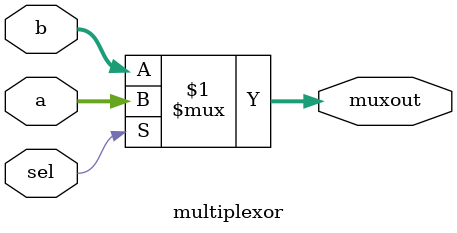
<source format=v>
module multiplexor#(parameter DWIDTH=32)
(input[DWIDTH-1:0]  a,
input [DWIDTH-1:0] b,
input sel,
output[DWIDTH-1:0] muxout);
assign muxout=sel?a:b;
endmodule


</source>
